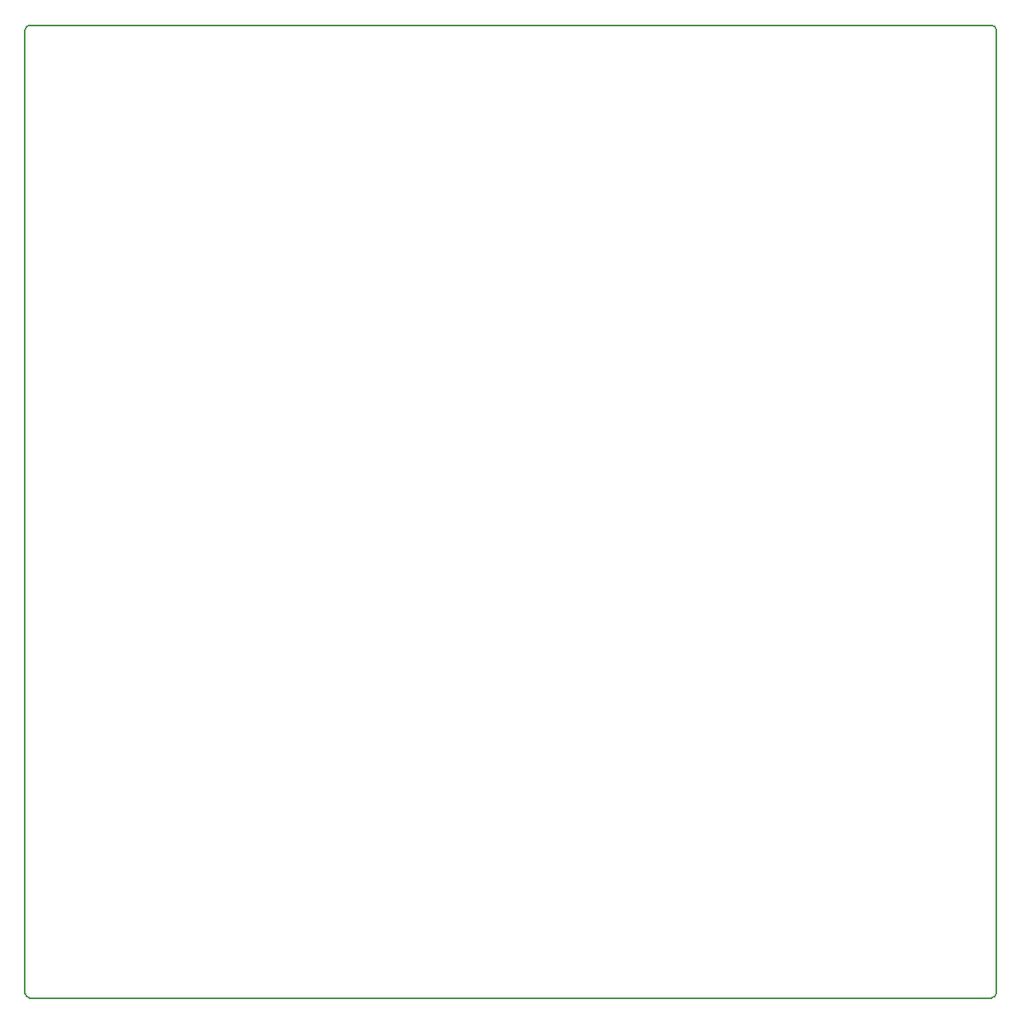
<source format=gm1>
G04 #@! TF.GenerationSoftware,KiCad,Pcbnew,(5.1.9)-1*
G04 #@! TF.CreationDate,2021-06-17T16:54:06+01:00*
G04 #@! TF.ProjectId,AutoPilotBottom,4175746f-5069-46c6-9f74-426f74746f6d,0.3*
G04 #@! TF.SameCoordinates,Original*
G04 #@! TF.FileFunction,Profile,NP*
%FSLAX46Y46*%
G04 Gerber Fmt 4.6, Leading zero omitted, Abs format (unit mm)*
G04 Created by KiCad (PCBNEW (5.1.9)-1) date 2021-06-17 16:54:06*
%MOMM*%
%LPD*%
G01*
G04 APERTURE LIST*
G04 #@! TA.AperFunction,Profile*
%ADD10C,0.150000*%
G04 #@! TD*
G04 APERTURE END LIST*
D10*
X175514000Y-52832000D02*
X76657200Y-52832000D01*
X176022000Y-152400000D02*
X176022000Y-53340000D01*
X175514000Y-152908000D02*
X76657200Y-152908000D01*
X76657200Y-152908000D02*
G75*
G02*
X76149200Y-152400000I0J508000D01*
G01*
X76149200Y-53340000D02*
X76149200Y-152400000D01*
X76149200Y-53340000D02*
G75*
G02*
X76657200Y-52832000I508000J0D01*
G01*
X175514000Y-52832000D02*
G75*
G02*
X176022000Y-53340000I0J-508000D01*
G01*
X176022000Y-152400000D02*
G75*
G02*
X175514000Y-152908000I-508000J0D01*
G01*
M02*

</source>
